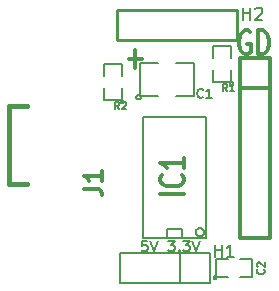
<source format=gto>
G04 (created by PCBNEW-RS274X (2011-05-25)-stable) date Fri 14 Sep 2012 10:37:43 PM EDT*
G01*
G70*
G90*
%MOIN*%
G04 Gerber Fmt 3.4, Leading zero omitted, Abs format*
%FSLAX34Y34*%
G04 APERTURE LIST*
%ADD10C,0.006000*%
%ADD11C,0.012000*%
%ADD12C,0.005000*%
%ADD13C,0.015000*%
%ADD14C,0.010000*%
%ADD15C,0.008000*%
G04 APERTURE END LIST*
G54D10*
G54D11*
X66007Y-36312D02*
X65950Y-36274D01*
X65864Y-36274D01*
X65779Y-36312D01*
X65721Y-36388D01*
X65693Y-36464D01*
X65664Y-36617D01*
X65664Y-36731D01*
X65693Y-36883D01*
X65721Y-36960D01*
X65779Y-37036D01*
X65864Y-37074D01*
X65921Y-37074D01*
X66007Y-37036D01*
X66036Y-36998D01*
X66036Y-36731D01*
X65921Y-36731D01*
X66293Y-37074D02*
X66293Y-36274D01*
X66436Y-36274D01*
X66521Y-36312D01*
X66579Y-36388D01*
X66607Y-36464D01*
X66636Y-36617D01*
X66636Y-36731D01*
X66607Y-36883D01*
X66579Y-36960D01*
X66521Y-37036D01*
X66436Y-37074D01*
X66293Y-37074D01*
G54D10*
X62584Y-43292D02*
X62417Y-43292D01*
X62401Y-43458D01*
X62417Y-43442D01*
X62451Y-43425D01*
X62534Y-43425D01*
X62567Y-43442D01*
X62584Y-43458D01*
X62601Y-43492D01*
X62601Y-43575D01*
X62584Y-43608D01*
X62567Y-43625D01*
X62534Y-43642D01*
X62451Y-43642D01*
X62417Y-43625D01*
X62401Y-43608D01*
X62700Y-43292D02*
X62817Y-43642D01*
X62934Y-43292D01*
X63284Y-43292D02*
X63501Y-43292D01*
X63384Y-43425D01*
X63434Y-43425D01*
X63467Y-43442D01*
X63484Y-43458D01*
X63501Y-43492D01*
X63501Y-43575D01*
X63484Y-43608D01*
X63467Y-43625D01*
X63434Y-43642D01*
X63334Y-43642D01*
X63301Y-43625D01*
X63284Y-43608D01*
X63650Y-43608D02*
X63667Y-43625D01*
X63650Y-43642D01*
X63634Y-43625D01*
X63650Y-43608D01*
X63650Y-43642D01*
X63784Y-43292D02*
X64001Y-43292D01*
X63884Y-43425D01*
X63934Y-43425D01*
X63967Y-43442D01*
X63984Y-43458D01*
X64001Y-43492D01*
X64001Y-43575D01*
X63984Y-43608D01*
X63967Y-43625D01*
X63934Y-43642D01*
X63834Y-43642D01*
X63801Y-43625D01*
X63784Y-43608D01*
X64100Y-43292D02*
X64217Y-43642D01*
X64334Y-43292D01*
G54D11*
X61972Y-37219D02*
X62429Y-37219D01*
X62200Y-37524D02*
X62200Y-36914D01*
G54D12*
X64491Y-43000D02*
X64488Y-43027D01*
X64480Y-43053D01*
X64467Y-43078D01*
X64450Y-43099D01*
X64428Y-43116D01*
X64404Y-43129D01*
X64378Y-43138D01*
X64350Y-43140D01*
X64324Y-43138D01*
X64298Y-43130D01*
X64273Y-43117D01*
X64252Y-43100D01*
X64234Y-43079D01*
X64221Y-43055D01*
X64213Y-43029D01*
X64210Y-43001D01*
X64212Y-42975D01*
X64219Y-42949D01*
X64232Y-42924D01*
X64249Y-42903D01*
X64270Y-42885D01*
X64294Y-42871D01*
X64320Y-42863D01*
X64348Y-42860D01*
X64374Y-42862D01*
X64400Y-42869D01*
X64425Y-42881D01*
X64447Y-42898D01*
X64465Y-42919D01*
X64478Y-42943D01*
X64487Y-42969D01*
X64490Y-42997D01*
X64491Y-43000D01*
X63250Y-43200D02*
X63250Y-42900D01*
X63250Y-42900D02*
X63750Y-42900D01*
X63750Y-42900D02*
X63750Y-43200D01*
X64550Y-39150D02*
X64550Y-43200D01*
X62450Y-43200D02*
X62450Y-39150D01*
X62450Y-43200D02*
X64550Y-43200D01*
X62450Y-39150D02*
X64550Y-39150D01*
X64900Y-44500D02*
X64899Y-44509D01*
X64896Y-44519D01*
X64891Y-44527D01*
X64885Y-44535D01*
X64877Y-44541D01*
X64869Y-44546D01*
X64860Y-44548D01*
X64850Y-44549D01*
X64841Y-44549D01*
X64832Y-44546D01*
X64823Y-44541D01*
X64816Y-44535D01*
X64809Y-44528D01*
X64805Y-44519D01*
X64802Y-44510D01*
X64801Y-44500D01*
X64801Y-44491D01*
X64804Y-44482D01*
X64808Y-44473D01*
X64815Y-44466D01*
X64822Y-44459D01*
X64830Y-44455D01*
X64840Y-44452D01*
X64849Y-44451D01*
X64858Y-44451D01*
X64868Y-44454D01*
X64876Y-44458D01*
X64884Y-44464D01*
X64890Y-44472D01*
X64895Y-44480D01*
X64898Y-44489D01*
X64899Y-44499D01*
X64900Y-44500D01*
X65300Y-44500D02*
X64900Y-44500D01*
X64900Y-44500D02*
X64900Y-43900D01*
X64900Y-43900D02*
X65300Y-43900D01*
X65700Y-43900D02*
X66100Y-43900D01*
X66100Y-43900D02*
X66100Y-44500D01*
X66100Y-44500D02*
X65700Y-44500D01*
X65450Y-38050D02*
X65449Y-38059D01*
X65446Y-38069D01*
X65441Y-38077D01*
X65435Y-38085D01*
X65427Y-38091D01*
X65419Y-38096D01*
X65410Y-38098D01*
X65400Y-38099D01*
X65391Y-38099D01*
X65382Y-38096D01*
X65373Y-38091D01*
X65366Y-38085D01*
X65359Y-38078D01*
X65355Y-38069D01*
X65352Y-38060D01*
X65351Y-38050D01*
X65351Y-38041D01*
X65354Y-38032D01*
X65358Y-38023D01*
X65365Y-38016D01*
X65372Y-38009D01*
X65380Y-38005D01*
X65390Y-38002D01*
X65399Y-38001D01*
X65408Y-38001D01*
X65418Y-38004D01*
X65426Y-38008D01*
X65434Y-38014D01*
X65440Y-38022D01*
X65445Y-38030D01*
X65448Y-38039D01*
X65449Y-38049D01*
X65450Y-38050D01*
X65400Y-37600D02*
X65400Y-38000D01*
X65400Y-38000D02*
X64800Y-38000D01*
X64800Y-38000D02*
X64800Y-37600D01*
X64800Y-37200D02*
X64800Y-36800D01*
X64800Y-36800D02*
X65400Y-36800D01*
X65400Y-36800D02*
X65400Y-37200D01*
X61800Y-38650D02*
X61799Y-38659D01*
X61796Y-38669D01*
X61791Y-38677D01*
X61785Y-38685D01*
X61777Y-38691D01*
X61769Y-38696D01*
X61760Y-38698D01*
X61750Y-38699D01*
X61741Y-38699D01*
X61732Y-38696D01*
X61723Y-38691D01*
X61716Y-38685D01*
X61709Y-38678D01*
X61705Y-38669D01*
X61702Y-38660D01*
X61701Y-38650D01*
X61701Y-38641D01*
X61704Y-38632D01*
X61708Y-38623D01*
X61715Y-38616D01*
X61722Y-38609D01*
X61730Y-38605D01*
X61740Y-38602D01*
X61749Y-38601D01*
X61758Y-38601D01*
X61768Y-38604D01*
X61776Y-38608D01*
X61784Y-38614D01*
X61790Y-38622D01*
X61795Y-38630D01*
X61798Y-38639D01*
X61799Y-38649D01*
X61800Y-38650D01*
X61750Y-38200D02*
X61750Y-38600D01*
X61750Y-38600D02*
X61150Y-38600D01*
X61150Y-38600D02*
X61150Y-38200D01*
X61150Y-37800D02*
X61150Y-37400D01*
X61150Y-37400D02*
X61750Y-37400D01*
X61750Y-37400D02*
X61750Y-37800D01*
G54D13*
X57980Y-38801D02*
X58571Y-38801D01*
X57980Y-41399D02*
X58571Y-41399D01*
X57980Y-38801D02*
X57980Y-41399D01*
G54D12*
X62370Y-38500D02*
X62368Y-38513D01*
X62364Y-38526D01*
X62358Y-38538D01*
X62349Y-38549D01*
X62339Y-38558D01*
X62327Y-38564D01*
X62314Y-38568D01*
X62300Y-38569D01*
X62287Y-38568D01*
X62274Y-38564D01*
X62262Y-38558D01*
X62252Y-38550D01*
X62243Y-38539D01*
X62236Y-38527D01*
X62232Y-38514D01*
X62231Y-38500D01*
X62232Y-38488D01*
X62235Y-38475D01*
X62242Y-38463D01*
X62250Y-38452D01*
X62261Y-38443D01*
X62272Y-38436D01*
X62285Y-38432D01*
X62299Y-38431D01*
X62312Y-38432D01*
X62325Y-38435D01*
X62337Y-38441D01*
X62348Y-38450D01*
X62357Y-38460D01*
X62363Y-38472D01*
X62368Y-38485D01*
X62369Y-38499D01*
X62370Y-38500D01*
X62950Y-37350D02*
X62350Y-37350D01*
X62350Y-37350D02*
X62350Y-38450D01*
X62350Y-38450D02*
X62950Y-38450D01*
X63550Y-38450D02*
X64150Y-38450D01*
X64150Y-38450D02*
X64150Y-37350D01*
X64150Y-37350D02*
X63550Y-37350D01*
G54D10*
X64700Y-43700D02*
X64700Y-44700D01*
X64700Y-44700D02*
X61700Y-44700D01*
X61700Y-44700D02*
X61700Y-43700D01*
X61700Y-43700D02*
X64700Y-43700D01*
X63700Y-44700D02*
X63700Y-43700D01*
G54D14*
X61600Y-35600D02*
X65600Y-35600D01*
X61600Y-36600D02*
X65600Y-36600D01*
X65600Y-36600D02*
X65600Y-35600D01*
X61600Y-35600D02*
X61600Y-36600D01*
G54D11*
X65700Y-37200D02*
X66700Y-37200D01*
X66700Y-37200D02*
X66700Y-43200D01*
X66700Y-43200D02*
X65700Y-43200D01*
X65700Y-43200D02*
X65700Y-37200D01*
X65700Y-38200D02*
X66700Y-38200D01*
X63824Y-41735D02*
X63024Y-41735D01*
X63748Y-41106D02*
X63786Y-41135D01*
X63824Y-41221D01*
X63824Y-41278D01*
X63786Y-41363D01*
X63710Y-41421D01*
X63633Y-41449D01*
X63481Y-41478D01*
X63367Y-41478D01*
X63214Y-41449D01*
X63138Y-41421D01*
X63062Y-41363D01*
X63024Y-41278D01*
X63024Y-41221D01*
X63062Y-41135D01*
X63100Y-41106D01*
X63824Y-40535D02*
X63824Y-40878D01*
X63824Y-40706D02*
X63024Y-40706D01*
X63138Y-40763D01*
X63214Y-40821D01*
X63252Y-40878D01*
G54D12*
X66477Y-44242D02*
X66489Y-44254D01*
X66501Y-44289D01*
X66501Y-44313D01*
X66489Y-44349D01*
X66465Y-44373D01*
X66442Y-44384D01*
X66394Y-44396D01*
X66358Y-44396D01*
X66311Y-44384D01*
X66287Y-44373D01*
X66263Y-44349D01*
X66251Y-44313D01*
X66251Y-44289D01*
X66263Y-44254D01*
X66275Y-44242D01*
X66275Y-44146D02*
X66263Y-44134D01*
X66251Y-44111D01*
X66251Y-44051D01*
X66263Y-44027D01*
X66275Y-44015D01*
X66299Y-44004D01*
X66323Y-44004D01*
X66358Y-44015D01*
X66501Y-44158D01*
X66501Y-44004D01*
X65258Y-38301D02*
X65175Y-38182D01*
X65116Y-38301D02*
X65116Y-38051D01*
X65211Y-38051D01*
X65235Y-38063D01*
X65246Y-38075D01*
X65258Y-38099D01*
X65258Y-38135D01*
X65246Y-38158D01*
X65235Y-38170D01*
X65211Y-38182D01*
X65116Y-38182D01*
X65496Y-38301D02*
X65354Y-38301D01*
X65425Y-38301D02*
X65425Y-38051D01*
X65401Y-38087D01*
X65377Y-38111D01*
X65354Y-38123D01*
X61658Y-38901D02*
X61575Y-38782D01*
X61516Y-38901D02*
X61516Y-38651D01*
X61611Y-38651D01*
X61635Y-38663D01*
X61646Y-38675D01*
X61658Y-38699D01*
X61658Y-38735D01*
X61646Y-38758D01*
X61635Y-38770D01*
X61611Y-38782D01*
X61516Y-38782D01*
X61754Y-38675D02*
X61766Y-38663D01*
X61789Y-38651D01*
X61849Y-38651D01*
X61873Y-38663D01*
X61885Y-38675D01*
X61896Y-38699D01*
X61896Y-38723D01*
X61885Y-38758D01*
X61742Y-38901D01*
X61896Y-38901D01*
G54D11*
X60473Y-41550D02*
X60901Y-41550D01*
X60987Y-41578D01*
X61044Y-41635D01*
X61073Y-41721D01*
X61073Y-41778D01*
X61073Y-40950D02*
X61073Y-41293D01*
X61073Y-41121D02*
X60473Y-41121D01*
X60559Y-41178D01*
X60616Y-41236D01*
X60644Y-41293D01*
G54D12*
X64450Y-38493D02*
X64436Y-38507D01*
X64393Y-38521D01*
X64364Y-38521D01*
X64321Y-38507D01*
X64293Y-38479D01*
X64278Y-38450D01*
X64264Y-38393D01*
X64264Y-38350D01*
X64278Y-38293D01*
X64293Y-38264D01*
X64321Y-38236D01*
X64364Y-38221D01*
X64393Y-38221D01*
X64436Y-38236D01*
X64450Y-38250D01*
X64736Y-38521D02*
X64564Y-38521D01*
X64650Y-38521D02*
X64650Y-38221D01*
X64621Y-38264D01*
X64593Y-38293D01*
X64564Y-38307D01*
G54D10*
X64845Y-43812D02*
X64845Y-43412D01*
X64845Y-43602D02*
X65074Y-43602D01*
X65074Y-43812D02*
X65074Y-43412D01*
X65474Y-43812D02*
X65245Y-43812D01*
X65359Y-43812D02*
X65359Y-43412D01*
X65321Y-43469D01*
X65283Y-43507D01*
X65245Y-43526D01*
G54D15*
X65795Y-35912D02*
X65795Y-35512D01*
X65795Y-35702D02*
X66024Y-35702D01*
X66024Y-35912D02*
X66024Y-35512D01*
X66195Y-35550D02*
X66214Y-35531D01*
X66252Y-35512D01*
X66348Y-35512D01*
X66386Y-35531D01*
X66405Y-35550D01*
X66424Y-35588D01*
X66424Y-35626D01*
X66405Y-35683D01*
X66176Y-35912D01*
X66424Y-35912D01*
M02*

</source>
